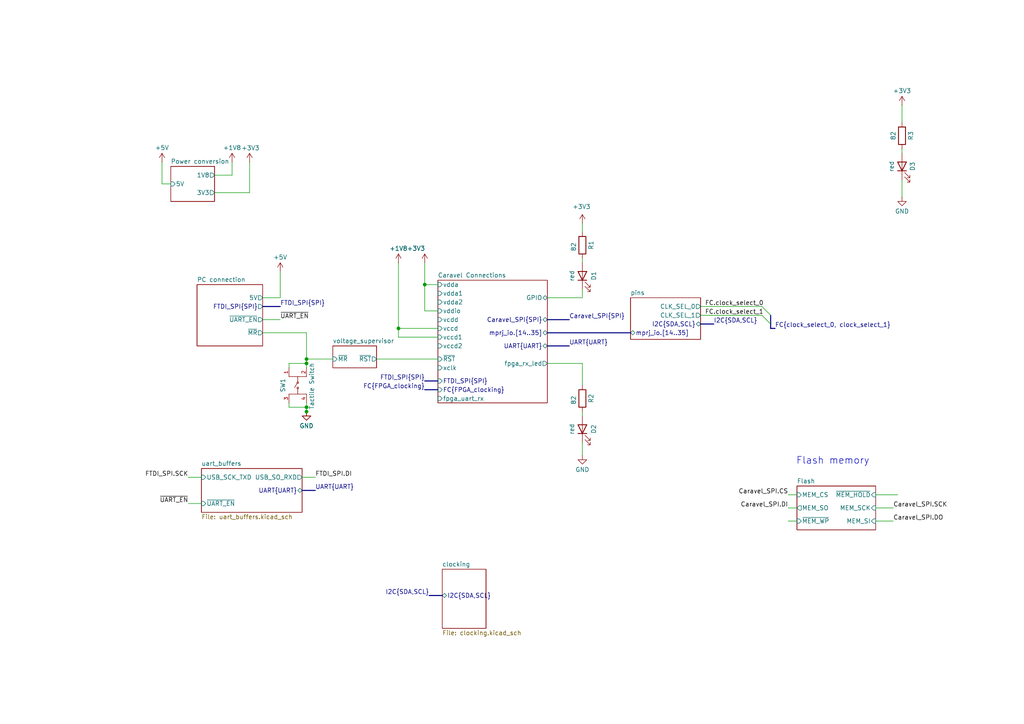
<source format=kicad_sch>
(kicad_sch (version 20231120) (generator "eeschema") (generator_version "8.0")
  (paper "A4")
  (title_block (title "FABulous board") (date "2024-05-30") (rev "0.1"))
  (lib_symbols
    (symbol "Device:LED" (pin_numbers hide) (pin_names (offset 1.016) hide)
      (property "Reference" "D" (at 0 2.54 0))
      (property "Value" "LED" (at 0 -2.54 0))
      (symbol "LED_0_1"
        (polyline (pts (xy -1.27 -1.27) (xy -1.27 1.27)) (stroke (width 0.254)))
        (polyline (pts (xy -1.27 0) (xy 1.27 0)))
        (polyline (pts (xy 1.27 -1.27) (xy 1.27 1.27) (xy -1.27 0) (xy 1.27 -1.27)) (stroke (width 0.254)))
        (polyline (pts (xy -3.048 -0.762) (xy -4.572 -2.286) (xy -3.81 -2.286) (xy -4.572 -2.286) (xy -4.572 -1.524)))
        (polyline (pts (xy -1.778 -0.762) (xy -3.302 -2.286) (xy -2.54 -2.286) (xy -3.302 -2.286) (xy -3.302 -1.524)))
      )
      (symbol "LED_1_1"
        (pin passive line (at -3.81 0 0) (length 2.54) (name "K") (number "1"))
        (pin passive line (at 3.81 0 180) (length 2.54) (name "A") (number "2"))
      )
    )
    (symbol "Device:R" (pin_numbers hide) (pin_names (offset 0))
      (property "Reference" "R" (at 2.032 0 90))
      (property "Value" "R" (at 0 0 90))
      (symbol "R_0_1"
        (rectangle (start -1.016 -2.54) (end 1.016 2.54) (stroke (width 0.254)))
      )
      (symbol "R_1_1"
        (pin passive line (at 0 3.81 270) (length 1.27) (name "~") (number "1"))
        (pin passive line (at 0 -3.81 90) (length 1.27) (name "~") (number "2"))
      )
    )
    (symbol "easy_eda:Tactile Switch"
      (property "Reference" "SW" (at -0.254 5.08 0))
      (property "Value" "Tactile Switch" (at -5.08 -0.508 90))
      (symbol "Tactile Switch_0_1"
        (circle (center 0 -0.762) (radius 0.254) (fill (type background)))
        (polyline (pts (xy -2.54 -2.54) (xy 2.54 -2.54)))
        (polyline (pts (xy -2.54 2.54) (xy 2.54 2.54)))
        (polyline (pts (xy -0.2182 0.5776) (xy -0.9199 -0.6865)))
        (polyline (pts (xy 0 -2.54) (xy 0 -0.762)))
        (polyline (pts (xy 0 1.524) (xy 0 0.762)))
        (polyline (pts (xy 0 2.54) (xy 0 1.524)))
        (circle (center 0 0.762) (radius 0.254) (fill (type background)))
      )
      (symbol "Tactile Switch_1_1"
        (pin passive line (at -2.54 5.08 270) (length 2.54) (name "") (number "1"))
        (pin passive line (at 2.54 5.08 270) (length 2.54) (name "") (number "2"))
        (pin passive line (at -2.54 -5.08 90) (length 2.54) (name "") (number "3"))
        (pin passive line (at 2.54 -5.08 90) (length 2.54) (name "") (number "4"))
      )
    )
    (symbol "power:+1V8" (power) (pin_numbers hide) (pin_names (offset 0) hide)
      (property "Value" "+1V8" (at 0 3.556 0))
      (symbol "+1V8_0_1"
        (polyline (pts (xy -0.762 1.27) (xy 0 2.54)))
        (polyline (pts (xy 0 0) (xy 0 2.54)))
        (polyline (pts (xy 0 2.54) (xy 0.762 1.27)))
      )
      (symbol "+1V8_1_1"
        (pin power_in line (at 0 0 90) (length 0) (name "~") (number "1"))
      )
    )
    (symbol "power:+3V3" (power) (pin_numbers hide) (pin_names (offset 0) hide)
      (property "Value" "+3V3" (at 0 3.556 0))
      (symbol "+3V3_0_1"
        (polyline (pts (xy -0.762 1.27) (xy 0 2.54)))
        (polyline (pts (xy 0 0) (xy 0 2.54)))
        (polyline (pts (xy 0 2.54) (xy 0.762 1.27)))
      )
      (symbol "+3V3_1_1"
        (pin power_in line (at 0 0 90) (length 0) (name "~") (number "1"))
      )
    )
    (symbol "power:+5V" (power) (pin_numbers hide) (pin_names (offset 0) hide)
      (property "Value" "+5V" (at 0 3.556 0))
      (symbol "+5V_0_1"
        (polyline (pts (xy -0.762 1.27) (xy 0 2.54)))
        (polyline (pts (xy 0 0) (xy 0 2.54)))
        (polyline (pts (xy 0 2.54) (xy 0.762 1.27)))
      )
      (symbol "+5V_1_1"
        (pin power_in line (at 0 0 90) (length 0) (name "~") (number "1"))
      )
    )
    (symbol "power:GND" (power) (pin_numbers hide) (pin_names (offset 0) hide)
      (property "Value" "GND" (at 0 -3.81 0))
      (symbol "GND_0_1"
        (polyline (pts (xy 0 0) (xy 0 -1.27) (xy 1.27 -1.27) (xy 0 -2.54) (xy -1.27 -1.27) (xy 0 -1.27)))
      )
      (symbol "GND_1_1"
        (pin power_in line (at 0 0 270) (length 0) (name "~") (number "1"))
      )
    )
  )
  (bus_alias "SPI" (members "SCK" "CS" "DI" "DO"))
  (junction (at 88.9 105.41))
  (junction (at 88.9 119.38))
  (junction (at 88.9 118.11))
  (junction (at 123.19 82.55))
  (junction (at 88.9 104.14))
  (junction (at 115.57 95.25))
  (bus_entry (at 220.98 88.9) (size 2.54 2.54))
  (bus_entry (at 220.98 91.44) (size 2.54 2.54))
  (bus (pts (xy 223.52 91.44) (xy 223.52 93.98)))
  (wire (pts (xy 168.91 105.41) (xy 168.91 111.76)))
  (wire (pts (xy 115.57 97.79) (xy 115.57 95.25)))
  (wire (pts (xy 83.82 118.11) (xy 88.9 118.11)))
  (wire (pts (xy 83.82 116.84) (xy 83.82 118.11)))
  (wire (pts (xy 54.61 138.43) (xy 58.42 138.43)))
  (wire (pts (xy 88.9 104.14) (xy 96.52 104.14)))
  (bus (pts (xy 223.52 95.25) (xy 224.79 95.25)))
  (wire (pts (xy 158.75 105.41) (xy 168.91 105.41)))
  (wire (pts (xy 228.6 143.51) (xy 231.14 143.51)))
  (wire (pts (xy 123.19 82.55) (xy 127 82.55)))
  (wire (pts (xy 168.91 74.93) (xy 168.91 76.2)))
  (wire (pts (xy 62.23 55.88) (xy 72.39 55.88)))
  (wire (pts (xy 115.57 95.25) (xy 127 95.25)))
  (bus (pts (xy 127 110.49) (xy 123.19 110.49)))
  (wire (pts (xy 54.61 146.05) (xy 58.42 146.05)))
  (wire (pts (xy 123.19 76.2) (xy 123.19 82.55)))
  (wire (pts (xy 261.62 30.48) (xy 261.62 35.56)))
  (bus (pts (xy 123.19 113.03) (xy 127 113.03)))
  (wire (pts (xy 81.28 86.36) (xy 81.28 78.74)))
  (bus (pts (xy 203.2 93.98) (xy 207.01 93.98)))
  (wire (pts (xy 115.57 76.2) (xy 115.57 95.25)))
  (wire (pts (xy 168.91 128.27) (xy 168.91 132.08)))
  (wire (pts (xy 88.9 105.41) (xy 88.9 106.68)))
  (wire (pts (xy 168.91 64.77) (xy 168.91 67.31)))
  (wire (pts (xy 67.31 50.8) (xy 67.31 46.99)))
  (bus (pts (xy 124.46 172.72) (xy 128.27 172.72)))
  (wire (pts (xy 158.75 86.36) (xy 168.91 86.36)))
  (wire (pts (xy 76.2 92.71) (xy 81.28 92.71)))
  (wire (pts (xy 46.99 53.34) (xy 46.99 46.99)))
  (bus (pts (xy 158.75 92.71) (xy 165.1 92.71)))
  (wire (pts (xy 228.6 147.32) (xy 231.14 147.32)))
  (bus (pts (xy 87.63 142.24) (xy 91.44 142.24)))
  (wire (pts (xy 168.91 119.38) (xy 168.91 120.65)))
  (wire (pts (xy 115.57 97.79) (xy 127 97.79)))
  (wire (pts (xy 46.99 53.34) (xy 49.53 53.34)))
  (wire (pts (xy 203.2 88.9) (xy 220.98 88.9)))
  (wire (pts (xy 261.62 43.18) (xy 261.62 44.45)))
  (wire (pts (xy 76.2 96.52) (xy 88.9 96.52)))
  (bus (pts (xy 223.52 93.98) (xy 223.52 95.25)))
  (bus (pts (xy 158.75 100.33) (xy 165.1 100.33)))
  (wire (pts (xy 254 147.32) (xy 259.08 147.32)))
  (wire (pts (xy 127 90.17) (xy 123.19 90.17)))
  (wire (pts (xy 62.23 50.8) (xy 67.31 50.8)))
  (wire (pts (xy 88.9 116.84) (xy 88.9 118.11)))
  (wire (pts (xy 254 151.13) (xy 259.08 151.13)))
  (wire (pts (xy 168.91 83.82) (xy 168.91 86.36)))
  (wire (pts (xy 228.6 151.13) (xy 231.14 151.13)))
  (wire (pts (xy 72.39 55.88) (xy 72.39 46.99)))
  (wire (pts (xy 88.9 104.14) (xy 88.9 105.41)))
  (bus (pts (xy 76.2 88.9) (xy 81.28 88.9)))
  (wire (pts (xy 254 143.51) (xy 260.35 143.51)))
  (wire (pts (xy 123.19 90.17) (xy 123.19 82.55)))
  (wire (pts (xy 261.62 52.07) (xy 261.62 57.15)))
  (wire (pts (xy 87.63 138.43) (xy 91.44 138.43)))
  (wire (pts (xy 83.82 105.41) (xy 88.9 105.41)))
  (wire (pts (xy 88.9 96.52) (xy 88.9 104.14)))
  (wire (pts (xy 109.22 104.14) (xy 127 104.14)))
  (wire (pts (xy 76.2 86.36) (xy 81.28 86.36)))
  (wire (pts (xy 83.82 106.68) (xy 83.82 105.41)))
  (wire (pts (xy 203.2 91.44) (xy 220.98 91.44)))
  (wire (pts (xy 88.9 118.11) (xy 88.9 119.38)))
  (bus (pts (xy 158.75 96.52) (xy 182.88 96.52)))
  (text "Flash memory" (at 230.886 134.874 0) (effects (font (size 2 2)) (justify left bottom)))
  (label "FC.clock_select_1" (at 204.47 91.44 0))
  (label "~{UART_EN}" (at 54.61 146.05 180))
  (label "UART{UART}" (at 165.1 100.33 0))
  (label "FC.clock_select_0" (at 204.47 88.9 0))
  (label "FTDI_SPI{SPI}" (at 123.19 110.49 180))
  (label "FC{FPGA_clocking}" (at 123.19 113.03 180))
  (label "UART{UART}" (at 91.44 142.24 0))
  (label "Caravel_SPI.DO" (at 259.08 151.13 0))
  (label "Caravel_SPI.SCK" (at 259.08 147.32 0))
  (label "Caravel_SPI.DI" (at 228.6 147.32 180))
  (label "I2C{SDA,SCL}" (at 207.01 93.98 0))
  (label "FTDI_SPI.DI" (at 91.44 138.43 0))
  (label "I2C{SDA,SCL}" (at 124.46 172.72 180))
  (label "FTDI_SPI.SCK" (at 54.61 138.43 180))
  (label "FTDI_SPI{SPI}" (at 81.28 88.9 0))
  (label "Caravel_SPI{SPI}" (at 165.1 92.71 0))
  (label "Caravel_SPI.CS" (at 228.6 143.51 180))
  (label "~{UART_EN}" (at 81.28 92.71 0))
  (label "FC{clock_select_0, clock_select_1}" (at 224.79 95.25 0))
  (symbol (lib_id "Device:LED") (at 168.91 124.46 90) (unit 1)
    (property "Reference" "D2" (at 172.212 124.46 0))
    (property "Value" "red" (at 165.862 124.46 0))
    (property "Footprint" "LED_SMD:LED_1206_3216Metric" (effects (hide yes)))
    (property "Description" "Light emitting diode" (effects (hide yes)))
  )
  (symbol (lib_id "power:+5V") (at 46.99 46.99 0) (unit 1)
    (property "Reference" "#PWR01" (effects (hide yes)))
    (property "Value" "+5V" (at 46.99 42.8569 0))
    (property "Description" "Power symbol creates a global label with name \"+5V\"" (effects (hide yes)))
  )
  (symbol (lib_id "power:+3V3") (at 72.39 46.99 0) (unit 1)
    (property "Reference" "#PWR03" (effects (hide yes)))
    (property "Value" "+3V3" (at 72.644 42.926 0))
    (property "Description" "Power symbol creates a global label with name \"+3V3\"" (effects (hide yes)))
  )
  (symbol (lib_id "power:+1V8") (at 67.31 46.99 0) (unit 1)
    (property "Reference" "#PWR02" (effects (hide yes)))
    (property "Value" "+1V8" (at 67.31 42.8569 0))
    (property "Description" "Power symbol creates a global label with name \"+1V8\"" (effects (hide yes)))
  )
  (symbol (lib_id "power:+1V8") (at 115.57 76.2 0) (unit 1)
    (property "Reference" "#PWR07" (effects (hide yes)))
    (property "Value" "+1V8" (at 115.57 72.0669 0))
    (property "Description" "Power symbol creates a global label with name \"+1V8\"" (effects (hide yes)))
  )
  (symbol (lib_id "Device:LED") (at 261.62 48.26 90) (unit 1)
    (property "Reference" "D3" (at 264.668 48.26 0))
    (property "Value" "red" (at 258.572 48.26 0))
    (property "Footprint" "LED_SMD:LED_1206_3216Metric" (effects (hide yes)))
    (property "Description" "Light emitting diode" (effects (hide yes)))
  )
  (symbol (lib_id "power:+5V") (at 81.28 78.74 0) (unit 1)
    (property "Reference" "#PWR04" (effects (hide yes)))
    (property "Value" "+5V" (at 81.28 74.6069 0))
    (property "Description" "Power symbol creates a global label with name \"+5V\"" (effects (hide yes)))
  )
  (symbol (lib_id "power:GND") (at 88.9 119.38 0) (unit 1)
    (property "Reference" "#PWR05" (effects (hide yes)))
    (property "Value" "GND" (at 88.9 123.5131 0))
    (property "Description" "Power symbol creates a global label with name \"GND\" , ground" (effects (hide yes)))
  )
  (symbol (lib_id "Device:LED") (at 168.91 80.01 90) (unit 1)
    (property "Reference" "D1" (at 172.212 80.01 0))
    (property "Value" "red" (at 165.862 80.01 0))
    (property "Footprint" "LED_SMD:LED_1206_3216Metric" (effects (hide yes)))
    (property "Description" "Light emitting diode" (effects (hide yes)))
  )
  (symbol (lib_id "power:GND") (at 261.62 57.15 0) (unit 1)
    (property "Reference" "#PWR012" (effects (hide yes)))
    (property "Value" "GND" (at 261.62 61.2831 0))
    (property "Description" "Power symbol creates a global label with name \"GND\" , ground" (effects (hide yes)))
  )
  (symbol (lib_id "power:+3V3") (at 123.19 76.2 0) (unit 1)
    (property "Reference" "#PWR08" (effects (hide yes)))
    (property "Value" "+3V3" (at 120.65 72.0669 0))
    (property "Description" "Power symbol creates a global label with name \"+3V3\"" (effects (hide yes)))
  )
  (symbol (lib_id "power:GND") (at 168.91 132.08 0) (unit 1)
    (property "Reference" "#PWR010" (effects (hide yes)))
    (property "Value" "GND" (at 168.91 136.2131 0))
    (property "Description" "Power symbol creates a global label with name \"GND\" , ground" (effects (hide yes)))
  )
  (symbol (lib_id "power:+3V3") (at 168.91 64.77 0) (unit 1)
    (property "Reference" "#PWR09" (effects (hide yes)))
    (property "Value" "+3V3" (at 168.656 59.944 0))
    (property "Description" "Power symbol creates a global label with name \"+3V3\"" (effects (hide yes)))
  )
  (symbol (lib_id "easy_eda:Tactile Switch") (at 86.36 111.76 0) (unit 1)
    (property "Reference" "SW1" (at 82.042 111.76 90))
    (property "Value" "Tactile Switch" (at 90.424 112.014 90))
    (property "Footprint" "easy_eda:SW_SMD_4P_L6.0_W6.0-P4.5-LS8.6" (effects (hide yes)))
    (property "Datasheet" "https://item.szlcsc.com/2796384.html" (effects (hide yes)))
    (property "LCSC" "C5127964" (effects (hide yes)))
  )
  (symbol (lib_id "power:GND") (at 88.9 119.38 0) (unit 1)
    (property "Reference" "#PWR06" (effects (hide yes)))
    (property "Value" "GND" (at 88.9 123.5131 0))
    (property "Description" "Power symbol creates a global label with name \"GND\" , ground" (effects (hide yes)))
  )
  (symbol (lib_id "Device:R") (at 168.91 115.57 0) (unit 1)
    (property "Reference" "R2" (at 171.45 115.57 90))
    (property "Value" "82 " (at 166.37 115.57 90))
    (property "Footprint" "Resistor_SMD:R_0805_2012Metric" (effects (hide yes)))
    (property "Description" "Resistor" (effects (hide yes)))
  )
  (symbol (lib_id "power:+3V3") (at 261.62 30.48 0) (unit 1)
    (property "Reference" "#PWR011" (effects (hide yes)))
    (property "Value" "+3V3" (at 261.62 26.3469 0))
    (property "Description" "Power symbol creates a global label with name \"+3V3\"" (effects (hide yes)))
  )
  (symbol (lib_id "Device:R") (at 261.62 39.37 0) (unit 1)
    (property "Reference" "R3" (at 264.16 39.37 90))
    (property "Value" "82" (at 259.08 39.37 90))
    (property "Footprint" "Resistor_SMD:R_0805_2012Metric" (effects (hide yes)))
    (property "Description" "Resistor" (effects (hide yes)))
  )
  (symbol (lib_id "Device:R") (at 168.91 71.12 0) (unit 1)
    (property "Reference" "R1" (at 171.45 71.12 90))
    (property "Value" "82 " (at 166.37 71.12 90))
    (property "Footprint" "Resistor_SMD:R_0805_2012Metric" (effects (hide yes)))
    (property "Description" "Resistor" (effects (hide yes)))
  )
  (sheet (at 49.53 48.26) (size 12.7 10.16) (stroke (width 0.1524))
    (property "Sheetname" "Power conversion" (at 49.53 47.5484 0) (effects (justify left bottom)))
    (property "Sheetfile" "power.kicad_sch" (effects (hide yes)))
    (pin "1V8" output (at 62.23 50.8 0))
    (pin "5V" input (at 49.53 53.34 180))
    (pin "3V3" output (at 62.23 55.88 0))
  )
  (sheet (at 231.14 140.97) (size 22.86 12.7) (stroke (width 0.1524))
    (property "Sheetname" "Flash" (at 231.14 140.2584 0) (effects (justify left bottom)))
    (property "Sheetfile" "Flash.kicad_sch" (effects (hide yes)))
    (pin "MEM_SO" output (at 231.14 147.32 180))
    (pin "~{MEM_WP}" input (at 231.14 151.13 180))
    (pin "MEM_CS" input (at 231.14 143.51 180))
    (pin "~{MEM_HOLD}" input (at 254 143.51 0))
    (pin "MEM_SCK" input (at 254 147.32 0))
    (pin "MEM_SI" input (at 254 151.13 0))
  )
  (sheet (at 58.42 135.89) (size 29.21 12.7) (stroke (width 0.1524))
    (property "Sheetname" "uart_buffers" (at 58.42 135.1784 0) (effects (justify left bottom)))
    (property "Sheetfile" "uart_buffers.kicad_sch" (at 58.42 149.1746 0) (effects (justify left top)))
    (pin "~{UART_EN}" input (at 58.42 146.05 180))
    (pin "USB_SCK_TXD" input (at 58.42 138.43 180))
    (pin "USB_SO_RXD" output (at 87.63 138.43 0))
    (pin "UART{UART}" bidirectional (at 87.63 142.24 0))
  )
  (sheet (at 182.88 86.36) (size 20.32 12.065) (stroke (width 0.1524))
    (property "Sheetname" "pins" (at 182.88 85.6484 0) (effects (justify left bottom)))
    (property "Sheetfile" "pins.kicad_sch" (effects (hide yes)))
    (pin "mprj_io.[14..35]" bidirectional (at 182.88 96.52 180))
    (pin "CLK_SEL_0" output (at 203.2 88.9 0))
    (pin "CLK_SEL_1" output (at 203.2 91.44 0))
    (pin "I2C{SDA,SCL}" bidirectional (at 203.2 93.98 0))
  )
  (sheet (at 96.52 100.33) (size 12.7 6.35) (stroke (width 0.1524))
    (property "Sheetname" "voltage_supervisor" (at 96.52 99.6184 0) (effects (justify left bottom)))
    (property "Sheetfile" "voltage_supervisor.kicad_sch" (effects (hide yes)))
    (pin "~{MR}" input (at 96.52 104.14 180))
    (pin "~{RST}" output (at 109.22 104.14 0))
  )
  (sheet (at 127 81.28) (size 31.75 35.56) (stroke (width 0.1524))
    (property "Sheetname" "Caravel Connections" (at 127 80.5684 0) (effects (justify left bottom)))
    (property "Sheetfile" "caravel_connections.kicad_sch" (effects (hide yes)))
    (pin "vdda1" input (at 127 85.09 180))
    (pin "vccd1" input (at 127 97.79 180))
    (pin "GPIO" bidirectional (at 158.75 86.36 0))
    (pin "vdda2" input (at 127 87.63 180))
    (pin "xclk" input (at 127 106.68 180))
    (pin "vcdd" input (at 127 92.71 180))
    (pin "~{RST}" input (at 127 104.14 180))
    (pin "Caravel_SPI{SPI}" bidirectional (at 158.75 92.71 0))
    (pin "vccd2" input (at 127 100.33 180))
    (pin "vddio" input (at 127 90.17 180))
    (pin "vccd" input (at 127 95.25 180))
    (pin "vdda" input (at 127 82.55 180))
    (pin "mprj_io.[14..35]" bidirectional (at 158.75 96.52 0))
    (pin "UART{UART}" bidirectional (at 158.75 100.33 0))
    (pin "FTDI_SPI{SPI}" input (at 127 110.49 180))
    (pin "FC{FPGA_clocking}" input (at 127 113.03 180))
    (pin "fpga_rx_led" output (at 158.75 105.41 0))
    (pin "fpga_uart_rx" input (at 127 115.57 180))
  )
  (sheet (at 57.15 82.55) (size 19.05 17.78) (stroke (width 0.1524))
    (property "Sheetname" "PC connection" (at 57.15 81.8384 0) (effects (justify left bottom)))
    (property "Sheetfile" "pc_connection.kicad_sch" (effects (hide yes)))
    (pin "~{MR}" output (at 76.2 96.52 0))
    (pin "5V" output (at 76.2 86.36 0))
    (pin "~{UART_EN}" output (at 76.2 92.71 0))
    (pin "FTDI_SPI{SPI}" output (at 76.2 88.9 0))
  )
  (sheet (at 128.27 165.1) (size 12.7 17.145) (stroke (width 0.1524))
    (property "Sheetname" "clocking" (at 128.27 164.3884 0) (effects (justify left bottom)))
    (property "Sheetfile" "clocking.kicad_sch" (at 128.27 182.8296 0) (effects (justify left top)))
    (pin "I2C{SDA,SCL}" bidirectional (at 128.27 172.72 180))
  )
)
</source>
